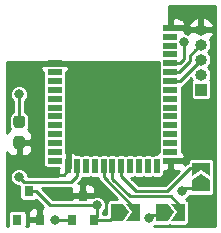
<source format=gbr>
G04 #@! TF.GenerationSoftware,KiCad,Pcbnew,(5.1.0)-1*
G04 #@! TF.CreationDate,2019-05-15T12:27:27+02:00*
G04 #@! TF.ProjectId,expansion,65787061-6e73-4696-9f6e-2e6b69636164,rev?*
G04 #@! TF.SameCoordinates,Original*
G04 #@! TF.FileFunction,Copper,L1,Top*
G04 #@! TF.FilePolarity,Positive*
%FSLAX46Y46*%
G04 Gerber Fmt 4.6, Leading zero omitted, Abs format (unit mm)*
G04 Created by KiCad (PCBNEW (5.1.0)-1) date 2019-05-15 12:27:27*
%MOMM*%
%LPD*%
G04 APERTURE LIST*
%ADD10C,0.300000*%
%ADD11C,0.100000*%
%ADD12R,1.200000X0.500000*%
%ADD13R,0.500000X1.200000*%
%ADD14C,0.950000*%
%ADD15R,0.800000X0.900000*%
%ADD16R,1.000000X1.000000*%
%ADD17O,1.000000X1.000000*%
%ADD18C,0.800000*%
%ADD19C,0.250000*%
%ADD20C,0.254000*%
G04 APERTURE END LIST*
D10*
X140725000Y-71400000D03*
D11*
G36*
X141225000Y-72150000D02*
G01*
X140075000Y-72150000D01*
X140575000Y-71400000D01*
X140075000Y-70650000D01*
X141225000Y-70650000D01*
X141225000Y-72150000D01*
X141225000Y-72150000D01*
G37*
D10*
X139275000Y-71400000D03*
D11*
G36*
X140275000Y-71400000D02*
G01*
X139775000Y-72150000D01*
X138775000Y-72150000D01*
X138775000Y-70650000D01*
X139775000Y-70650000D01*
X140275000Y-71400000D01*
X140275000Y-71400000D01*
G37*
D12*
X134000000Y-58775001D03*
X134000000Y-59525001D03*
X134000000Y-60275001D03*
X134000000Y-61025001D03*
X134000000Y-61775001D03*
X134000000Y-62525001D03*
X134000000Y-63275001D03*
X134000000Y-64025001D03*
X134000000Y-64775001D03*
X134000000Y-65525001D03*
X134000000Y-66275001D03*
X134000000Y-67025001D03*
D13*
X135150000Y-67475001D03*
X135900000Y-67475001D03*
X136650000Y-67475001D03*
X137400000Y-67475001D03*
X138150000Y-67475001D03*
X138900000Y-67475001D03*
X139650000Y-67475001D03*
X140400000Y-67475001D03*
X141150000Y-67475001D03*
X141900000Y-67475001D03*
X142650000Y-67475001D03*
D12*
X143800000Y-67025001D03*
X143800000Y-66275001D03*
X143800000Y-65525001D03*
X143800000Y-64775001D03*
X143800000Y-64025001D03*
X143800000Y-63275001D03*
X143800000Y-62525001D03*
X143800000Y-61775001D03*
X143800000Y-61025001D03*
X143800000Y-60275001D03*
X143800000Y-59525001D03*
X143800000Y-58775001D03*
X143800000Y-58025001D03*
X143800000Y-57275001D03*
X143800000Y-56525001D03*
X143800000Y-55775001D03*
D11*
G36*
X131260779Y-63201144D02*
G01*
X131283834Y-63204563D01*
X131306443Y-63210227D01*
X131328387Y-63218079D01*
X131349457Y-63228044D01*
X131369448Y-63240026D01*
X131388168Y-63253910D01*
X131405438Y-63269562D01*
X131421090Y-63286832D01*
X131434974Y-63305552D01*
X131446956Y-63325543D01*
X131456921Y-63346613D01*
X131464773Y-63368557D01*
X131470437Y-63391166D01*
X131473856Y-63414221D01*
X131475000Y-63437500D01*
X131475000Y-64012500D01*
X131473856Y-64035779D01*
X131470437Y-64058834D01*
X131464773Y-64081443D01*
X131456921Y-64103387D01*
X131446956Y-64124457D01*
X131434974Y-64144448D01*
X131421090Y-64163168D01*
X131405438Y-64180438D01*
X131388168Y-64196090D01*
X131369448Y-64209974D01*
X131349457Y-64221956D01*
X131328387Y-64231921D01*
X131306443Y-64239773D01*
X131283834Y-64245437D01*
X131260779Y-64248856D01*
X131237500Y-64250000D01*
X130762500Y-64250000D01*
X130739221Y-64248856D01*
X130716166Y-64245437D01*
X130693557Y-64239773D01*
X130671613Y-64231921D01*
X130650543Y-64221956D01*
X130630552Y-64209974D01*
X130611832Y-64196090D01*
X130594562Y-64180438D01*
X130578910Y-64163168D01*
X130565026Y-64144448D01*
X130553044Y-64124457D01*
X130543079Y-64103387D01*
X130535227Y-64081443D01*
X130529563Y-64058834D01*
X130526144Y-64035779D01*
X130525000Y-64012500D01*
X130525000Y-63437500D01*
X130526144Y-63414221D01*
X130529563Y-63391166D01*
X130535227Y-63368557D01*
X130543079Y-63346613D01*
X130553044Y-63325543D01*
X130565026Y-63305552D01*
X130578910Y-63286832D01*
X130594562Y-63269562D01*
X130611832Y-63253910D01*
X130630552Y-63240026D01*
X130650543Y-63228044D01*
X130671613Y-63218079D01*
X130693557Y-63210227D01*
X130716166Y-63204563D01*
X130739221Y-63201144D01*
X130762500Y-63200000D01*
X131237500Y-63200000D01*
X131260779Y-63201144D01*
X131260779Y-63201144D01*
G37*
D14*
X131000000Y-63725000D03*
D11*
G36*
X131260779Y-64951144D02*
G01*
X131283834Y-64954563D01*
X131306443Y-64960227D01*
X131328387Y-64968079D01*
X131349457Y-64978044D01*
X131369448Y-64990026D01*
X131388168Y-65003910D01*
X131405438Y-65019562D01*
X131421090Y-65036832D01*
X131434974Y-65055552D01*
X131446956Y-65075543D01*
X131456921Y-65096613D01*
X131464773Y-65118557D01*
X131470437Y-65141166D01*
X131473856Y-65164221D01*
X131475000Y-65187500D01*
X131475000Y-65762500D01*
X131473856Y-65785779D01*
X131470437Y-65808834D01*
X131464773Y-65831443D01*
X131456921Y-65853387D01*
X131446956Y-65874457D01*
X131434974Y-65894448D01*
X131421090Y-65913168D01*
X131405438Y-65930438D01*
X131388168Y-65946090D01*
X131369448Y-65959974D01*
X131349457Y-65971956D01*
X131328387Y-65981921D01*
X131306443Y-65989773D01*
X131283834Y-65995437D01*
X131260779Y-65998856D01*
X131237500Y-66000000D01*
X130762500Y-66000000D01*
X130739221Y-65998856D01*
X130716166Y-65995437D01*
X130693557Y-65989773D01*
X130671613Y-65981921D01*
X130650543Y-65971956D01*
X130630552Y-65959974D01*
X130611832Y-65946090D01*
X130594562Y-65930438D01*
X130578910Y-65913168D01*
X130565026Y-65894448D01*
X130553044Y-65874457D01*
X130543079Y-65853387D01*
X130535227Y-65831443D01*
X130529563Y-65808834D01*
X130526144Y-65785779D01*
X130525000Y-65762500D01*
X130525000Y-65187500D01*
X130526144Y-65164221D01*
X130529563Y-65141166D01*
X130535227Y-65118557D01*
X130543079Y-65096613D01*
X130553044Y-65075543D01*
X130565026Y-65055552D01*
X130578910Y-65036832D01*
X130594562Y-65019562D01*
X130611832Y-65003910D01*
X130630552Y-64990026D01*
X130650543Y-64978044D01*
X130671613Y-64968079D01*
X130693557Y-64960227D01*
X130716166Y-64954563D01*
X130739221Y-64951144D01*
X130762500Y-64950000D01*
X131237500Y-64950000D01*
X131260779Y-64951144D01*
X131260779Y-64951144D01*
G37*
D14*
X131000000Y-65475000D03*
D15*
X135450000Y-72000000D03*
X137350000Y-72000000D03*
X136400000Y-70000000D03*
D10*
X146400000Y-67675000D03*
D11*
G36*
X147150000Y-67175000D02*
G01*
X147150000Y-68325000D01*
X146400000Y-67825000D01*
X145650000Y-68325000D01*
X145650000Y-67175000D01*
X147150000Y-67175000D01*
X147150000Y-67175000D01*
G37*
D10*
X146400000Y-69125000D03*
D11*
G36*
X146400000Y-68125000D02*
G01*
X147150000Y-68625000D01*
X147150000Y-69625000D01*
X145650000Y-69625000D01*
X145650000Y-68625000D01*
X146400000Y-68125000D01*
X146400000Y-68125000D01*
G37*
D10*
X143075000Y-71400000D03*
D11*
G36*
X144075000Y-71400000D02*
G01*
X143575000Y-72150000D01*
X142575000Y-72150000D01*
X142575000Y-70650000D01*
X143575000Y-70650000D01*
X144075000Y-71400000D01*
X144075000Y-71400000D01*
G37*
D10*
X144525000Y-71400000D03*
D11*
G36*
X145025000Y-72150000D02*
G01*
X143875000Y-72150000D01*
X144375000Y-71400000D01*
X143875000Y-70650000D01*
X145025000Y-70650000D01*
X145025000Y-72150000D01*
X145025000Y-72150000D01*
G37*
D15*
X130850000Y-72000000D03*
X132750000Y-72000000D03*
X131800000Y-69600000D03*
D16*
X146400000Y-61000000D03*
D17*
X146400000Y-59730000D03*
X146400000Y-58460000D03*
X146400000Y-57190000D03*
X146400000Y-55920000D03*
D18*
X134000000Y-72000000D03*
X131000000Y-61400000D03*
X131000000Y-68400000D03*
X134200000Y-69674990D03*
X143200000Y-68800000D03*
X131500000Y-59250000D03*
X133200000Y-68000000D03*
X137600000Y-70800000D03*
X142000000Y-71874990D03*
X144800000Y-69599986D03*
X145000000Y-57000000D03*
D19*
X135450000Y-72000000D02*
X134000000Y-72000000D01*
X131000000Y-63725000D02*
X131000000Y-61400000D01*
X135900000Y-67475001D02*
X135900000Y-68325001D01*
X135900000Y-68325001D02*
X135400002Y-68824999D01*
X135400002Y-68824999D02*
X131424999Y-68824999D01*
X131399999Y-68799999D02*
X131000000Y-68400000D01*
X131424999Y-68824999D02*
X131399999Y-68799999D01*
X135250000Y-67575001D02*
X135150000Y-67475001D01*
X135150000Y-67825001D02*
X134775001Y-68200000D01*
X135150000Y-67475001D02*
X135150000Y-67825001D01*
X133325010Y-68200000D02*
X132400000Y-67274990D01*
X134775001Y-68200000D02*
X133325010Y-68200000D01*
X139650000Y-68325001D02*
X139650000Y-67475001D01*
X140924999Y-69600000D02*
X139650000Y-68325001D01*
X143526996Y-69600000D02*
X140924999Y-69600000D01*
X146400000Y-67675000D02*
X145451996Y-67675000D01*
X145451996Y-67675000D02*
X143526996Y-69600000D01*
X138675000Y-72000000D02*
X139275000Y-71400000D01*
X137350000Y-72000000D02*
X138675000Y-72000000D01*
X137600000Y-71750000D02*
X137350000Y-72000000D01*
X137600000Y-70800000D02*
X137600000Y-71750000D01*
X143075000Y-71600000D02*
X142274990Y-71600000D01*
X142274990Y-71600000D02*
X142000000Y-71874990D01*
X145074986Y-69325000D02*
X144800000Y-69599986D01*
X146400000Y-69325000D02*
X145074986Y-69325000D01*
X132450000Y-69600000D02*
X133650000Y-70800000D01*
X131800000Y-69600000D02*
X132450000Y-69600000D01*
X133650000Y-70800000D02*
X137600000Y-70800000D01*
X138900000Y-68536411D02*
X140413600Y-70050011D01*
X140413600Y-70050011D02*
X143825011Y-70050011D01*
X143825011Y-70050011D02*
X144525000Y-70750000D01*
X138900000Y-67475001D02*
X138900000Y-68536411D01*
X144525000Y-70750000D02*
X144525000Y-71600000D01*
X140725000Y-71400000D02*
X140725000Y-70997822D01*
X138150000Y-68422822D02*
X138150000Y-68325001D01*
X140725000Y-70997822D02*
X138150000Y-68422822D01*
X138150000Y-68325001D02*
X138150000Y-67475001D01*
X144650000Y-58775001D02*
X145000000Y-58425001D01*
X143800000Y-58775001D02*
X144650000Y-58775001D01*
X145000000Y-58425001D02*
X145000000Y-57000000D01*
X146400000Y-58525001D02*
X146400000Y-58460000D01*
X144650000Y-60275001D02*
X146400000Y-58525001D01*
X143800000Y-60275001D02*
X144650000Y-60275001D01*
X145900001Y-57689999D02*
X146400000Y-57190000D01*
X145450009Y-58139991D02*
X145900001Y-57689999D01*
X145450009Y-58611402D02*
X145450009Y-58139991D01*
X144536410Y-59525001D02*
X145450009Y-58611402D01*
X143800000Y-59525001D02*
X144536410Y-59525001D01*
D20*
G36*
X147544001Y-72544000D02*
G01*
X142404518Y-72544000D01*
X142453484Y-72511282D01*
X142500311Y-72525487D01*
X142575000Y-72532843D01*
X143575000Y-72532843D01*
X143650082Y-72525408D01*
X143721878Y-72503547D01*
X143725037Y-72501854D01*
X143728492Y-72503701D01*
X143800311Y-72525487D01*
X143875000Y-72532843D01*
X145025000Y-72532843D01*
X145099689Y-72525487D01*
X145171508Y-72503701D01*
X145237696Y-72468322D01*
X145295711Y-72420711D01*
X145343322Y-72362696D01*
X145378701Y-72296508D01*
X145400487Y-72224689D01*
X145407843Y-72150000D01*
X145407843Y-70650000D01*
X145400487Y-70575311D01*
X145378701Y-70503492D01*
X145343322Y-70437304D01*
X145295711Y-70379289D01*
X145237696Y-70331678D01*
X145171508Y-70296299D01*
X145164751Y-70294249D01*
X145169942Y-70292099D01*
X145297859Y-70206628D01*
X145406642Y-70097845D01*
X145490788Y-69971911D01*
X145503492Y-69978701D01*
X145575311Y-70000487D01*
X145650000Y-70007843D01*
X147150000Y-70007843D01*
X147224689Y-70000487D01*
X147296508Y-69978701D01*
X147362696Y-69943322D01*
X147420711Y-69895711D01*
X147468322Y-69837696D01*
X147503701Y-69771508D01*
X147525487Y-69699689D01*
X147532843Y-69625000D01*
X147532843Y-68625000D01*
X147525408Y-68549918D01*
X147503547Y-68478122D01*
X147501854Y-68474963D01*
X147503701Y-68471508D01*
X147525487Y-68399689D01*
X147532843Y-68325000D01*
X147532843Y-67175000D01*
X147525487Y-67100311D01*
X147503701Y-67028492D01*
X147468322Y-66962304D01*
X147420711Y-66904289D01*
X147362696Y-66856678D01*
X147296508Y-66821299D01*
X147224689Y-66799513D01*
X147150000Y-66792157D01*
X145650000Y-66792157D01*
X145575311Y-66799513D01*
X145503492Y-66821299D01*
X145437304Y-66856678D01*
X145379289Y-66904289D01*
X145331678Y-66962304D01*
X145296299Y-67028492D01*
X145274513Y-67100311D01*
X145267157Y-67175000D01*
X145267157Y-67202302D01*
X145257421Y-67205255D01*
X145169517Y-67252241D01*
X145092469Y-67315473D01*
X145076624Y-67334780D01*
X145026352Y-67385053D01*
X145035000Y-67306751D01*
X144876250Y-67148001D01*
X143927000Y-67148001D01*
X143927000Y-67751251D01*
X144085750Y-67910001D01*
X144388961Y-67912978D01*
X144508082Y-67903322D01*
X143317405Y-69094000D01*
X141134591Y-69094000D01*
X140498434Y-68457844D01*
X140650000Y-68457844D01*
X140724689Y-68450488D01*
X140775000Y-68435226D01*
X140825311Y-68450488D01*
X140900000Y-68457844D01*
X141400000Y-68457844D01*
X141474689Y-68450488D01*
X141525000Y-68435226D01*
X141575311Y-68450488D01*
X141650000Y-68457844D01*
X142150000Y-68457844D01*
X142224689Y-68450488D01*
X142275000Y-68435226D01*
X142325311Y-68450488D01*
X142400000Y-68457844D01*
X142900000Y-68457844D01*
X142974689Y-68450488D01*
X143046508Y-68428702D01*
X143112696Y-68393323D01*
X143170711Y-68345712D01*
X143218322Y-68287697D01*
X143253701Y-68221509D01*
X143275487Y-68149690D01*
X143282843Y-68075001D01*
X143282843Y-67912273D01*
X143514250Y-67910001D01*
X143673000Y-67751251D01*
X143673000Y-67148001D01*
X143653000Y-67148001D01*
X143653000Y-66907844D01*
X144400000Y-66907844D01*
X144459327Y-66902001D01*
X144876250Y-66902001D01*
X145035000Y-66743251D01*
X145023564Y-66639712D01*
X144985189Y-66520660D01*
X144924325Y-66411382D01*
X144843312Y-66316078D01*
X144782843Y-66268178D01*
X144782843Y-66025001D01*
X144775487Y-65950312D01*
X144760225Y-65900001D01*
X144775487Y-65849690D01*
X144782843Y-65775001D01*
X144782843Y-65275001D01*
X144775487Y-65200312D01*
X144760225Y-65150001D01*
X144775487Y-65099690D01*
X144782843Y-65025001D01*
X144782843Y-64525001D01*
X144775487Y-64450312D01*
X144760225Y-64400001D01*
X144775487Y-64349690D01*
X144782843Y-64275001D01*
X144782843Y-63775001D01*
X144775487Y-63700312D01*
X144760225Y-63650001D01*
X144775487Y-63599690D01*
X144782843Y-63525001D01*
X144782843Y-63025001D01*
X144775487Y-62950312D01*
X144760225Y-62900001D01*
X144775487Y-62849690D01*
X144782843Y-62775001D01*
X144782843Y-62275001D01*
X144775487Y-62200312D01*
X144760225Y-62150001D01*
X144775487Y-62099690D01*
X144782843Y-62025001D01*
X144782843Y-61525001D01*
X144775487Y-61450312D01*
X144760225Y-61400001D01*
X144775487Y-61349690D01*
X144782843Y-61275001D01*
X144782843Y-60775001D01*
X144781740Y-60763806D01*
X144844575Y-60744746D01*
X144932479Y-60697760D01*
X145009527Y-60634528D01*
X145025376Y-60615216D01*
X145579726Y-60060866D01*
X145582125Y-60068775D01*
X145656142Y-60207251D01*
X145629289Y-60229289D01*
X145581678Y-60287304D01*
X145546299Y-60353492D01*
X145524513Y-60425311D01*
X145517157Y-60500000D01*
X145517157Y-61500000D01*
X145524513Y-61574689D01*
X145546299Y-61646508D01*
X145581678Y-61712696D01*
X145629289Y-61770711D01*
X145687304Y-61818322D01*
X145753492Y-61853701D01*
X145825311Y-61875487D01*
X145900000Y-61882843D01*
X146900000Y-61882843D01*
X146974689Y-61875487D01*
X147046508Y-61853701D01*
X147112696Y-61818322D01*
X147170711Y-61770711D01*
X147218322Y-61712696D01*
X147253701Y-61646508D01*
X147275487Y-61574689D01*
X147282843Y-61500000D01*
X147282843Y-60500000D01*
X147275487Y-60425311D01*
X147253701Y-60353492D01*
X147218322Y-60287304D01*
X147170711Y-60229289D01*
X147143858Y-60207251D01*
X147217875Y-60068775D01*
X147268252Y-59902706D01*
X147285262Y-59730000D01*
X147268252Y-59557294D01*
X147217875Y-59391225D01*
X147136068Y-59238175D01*
X147025975Y-59104025D01*
X147014978Y-59095000D01*
X147025975Y-59085975D01*
X147136068Y-58951825D01*
X147217875Y-58798775D01*
X147268252Y-58632706D01*
X147285262Y-58460000D01*
X147268252Y-58287294D01*
X147217875Y-58121225D01*
X147136068Y-57968175D01*
X147025975Y-57834025D01*
X147014978Y-57825000D01*
X147025975Y-57815975D01*
X147136068Y-57681825D01*
X147217875Y-57528775D01*
X147268252Y-57362706D01*
X147285262Y-57190000D01*
X147268252Y-57017294D01*
X147217875Y-56851225D01*
X147164626Y-56751604D01*
X147258865Y-56662020D01*
X147387123Y-56480206D01*
X147477446Y-56276864D01*
X147494119Y-56221874D01*
X147367954Y-56047000D01*
X146527000Y-56047000D01*
X146527000Y-56067000D01*
X146273000Y-56067000D01*
X146273000Y-56047000D01*
X145432046Y-56047000D01*
X145305881Y-56221874D01*
X145322554Y-56276864D01*
X145328756Y-56290827D01*
X145227809Y-56249013D01*
X145076922Y-56219000D01*
X145004640Y-56219000D01*
X145023564Y-56160290D01*
X145035000Y-56056751D01*
X144876250Y-55898001D01*
X144459327Y-55898001D01*
X144400000Y-55892158D01*
X143709358Y-55892158D01*
X143715850Y-55048751D01*
X143927000Y-55048751D01*
X143927000Y-55652001D01*
X144876250Y-55652001D01*
X144910125Y-55618126D01*
X145305881Y-55618126D01*
X145432046Y-55793000D01*
X146273000Y-55793000D01*
X146273000Y-54950871D01*
X146527000Y-54950871D01*
X146527000Y-55793000D01*
X147367954Y-55793000D01*
X147494119Y-55618126D01*
X147477446Y-55563136D01*
X147387123Y-55359794D01*
X147258865Y-55177980D01*
X147097601Y-55024682D01*
X146909529Y-54905790D01*
X146701876Y-54825874D01*
X146527000Y-54950871D01*
X146273000Y-54950871D01*
X146098124Y-54825874D01*
X145890471Y-54905790D01*
X145702399Y-55024682D01*
X145541135Y-55177980D01*
X145412877Y-55359794D01*
X145322554Y-55563136D01*
X145305881Y-55618126D01*
X144910125Y-55618126D01*
X145035000Y-55493251D01*
X145023564Y-55389712D01*
X144985189Y-55270660D01*
X144924325Y-55161382D01*
X144843312Y-55066078D01*
X144745263Y-54988410D01*
X144633945Y-54931363D01*
X144513637Y-54897130D01*
X144388961Y-54887024D01*
X144085750Y-54890001D01*
X143927000Y-55048751D01*
X143715850Y-55048751D01*
X143724263Y-53956000D01*
X147544000Y-53956000D01*
X147544001Y-72544000D01*
X147544001Y-72544000D01*
G37*
X147544001Y-72544000D02*
X142404518Y-72544000D01*
X142453484Y-72511282D01*
X142500311Y-72525487D01*
X142575000Y-72532843D01*
X143575000Y-72532843D01*
X143650082Y-72525408D01*
X143721878Y-72503547D01*
X143725037Y-72501854D01*
X143728492Y-72503701D01*
X143800311Y-72525487D01*
X143875000Y-72532843D01*
X145025000Y-72532843D01*
X145099689Y-72525487D01*
X145171508Y-72503701D01*
X145237696Y-72468322D01*
X145295711Y-72420711D01*
X145343322Y-72362696D01*
X145378701Y-72296508D01*
X145400487Y-72224689D01*
X145407843Y-72150000D01*
X145407843Y-70650000D01*
X145400487Y-70575311D01*
X145378701Y-70503492D01*
X145343322Y-70437304D01*
X145295711Y-70379289D01*
X145237696Y-70331678D01*
X145171508Y-70296299D01*
X145164751Y-70294249D01*
X145169942Y-70292099D01*
X145297859Y-70206628D01*
X145406642Y-70097845D01*
X145490788Y-69971911D01*
X145503492Y-69978701D01*
X145575311Y-70000487D01*
X145650000Y-70007843D01*
X147150000Y-70007843D01*
X147224689Y-70000487D01*
X147296508Y-69978701D01*
X147362696Y-69943322D01*
X147420711Y-69895711D01*
X147468322Y-69837696D01*
X147503701Y-69771508D01*
X147525487Y-69699689D01*
X147532843Y-69625000D01*
X147532843Y-68625000D01*
X147525408Y-68549918D01*
X147503547Y-68478122D01*
X147501854Y-68474963D01*
X147503701Y-68471508D01*
X147525487Y-68399689D01*
X147532843Y-68325000D01*
X147532843Y-67175000D01*
X147525487Y-67100311D01*
X147503701Y-67028492D01*
X147468322Y-66962304D01*
X147420711Y-66904289D01*
X147362696Y-66856678D01*
X147296508Y-66821299D01*
X147224689Y-66799513D01*
X147150000Y-66792157D01*
X145650000Y-66792157D01*
X145575311Y-66799513D01*
X145503492Y-66821299D01*
X145437304Y-66856678D01*
X145379289Y-66904289D01*
X145331678Y-66962304D01*
X145296299Y-67028492D01*
X145274513Y-67100311D01*
X145267157Y-67175000D01*
X145267157Y-67202302D01*
X145257421Y-67205255D01*
X145169517Y-67252241D01*
X145092469Y-67315473D01*
X145076624Y-67334780D01*
X145026352Y-67385053D01*
X145035000Y-67306751D01*
X144876250Y-67148001D01*
X143927000Y-67148001D01*
X143927000Y-67751251D01*
X144085750Y-67910001D01*
X144388961Y-67912978D01*
X144508082Y-67903322D01*
X143317405Y-69094000D01*
X141134591Y-69094000D01*
X140498434Y-68457844D01*
X140650000Y-68457844D01*
X140724689Y-68450488D01*
X140775000Y-68435226D01*
X140825311Y-68450488D01*
X140900000Y-68457844D01*
X141400000Y-68457844D01*
X141474689Y-68450488D01*
X141525000Y-68435226D01*
X141575311Y-68450488D01*
X141650000Y-68457844D01*
X142150000Y-68457844D01*
X142224689Y-68450488D01*
X142275000Y-68435226D01*
X142325311Y-68450488D01*
X142400000Y-68457844D01*
X142900000Y-68457844D01*
X142974689Y-68450488D01*
X143046508Y-68428702D01*
X143112696Y-68393323D01*
X143170711Y-68345712D01*
X143218322Y-68287697D01*
X143253701Y-68221509D01*
X143275487Y-68149690D01*
X143282843Y-68075001D01*
X143282843Y-67912273D01*
X143514250Y-67910001D01*
X143673000Y-67751251D01*
X143673000Y-67148001D01*
X143653000Y-67148001D01*
X143653000Y-66907844D01*
X144400000Y-66907844D01*
X144459327Y-66902001D01*
X144876250Y-66902001D01*
X145035000Y-66743251D01*
X145023564Y-66639712D01*
X144985189Y-66520660D01*
X144924325Y-66411382D01*
X144843312Y-66316078D01*
X144782843Y-66268178D01*
X144782843Y-66025001D01*
X144775487Y-65950312D01*
X144760225Y-65900001D01*
X144775487Y-65849690D01*
X144782843Y-65775001D01*
X144782843Y-65275001D01*
X144775487Y-65200312D01*
X144760225Y-65150001D01*
X144775487Y-65099690D01*
X144782843Y-65025001D01*
X144782843Y-64525001D01*
X144775487Y-64450312D01*
X144760225Y-64400001D01*
X144775487Y-64349690D01*
X144782843Y-64275001D01*
X144782843Y-63775001D01*
X144775487Y-63700312D01*
X144760225Y-63650001D01*
X144775487Y-63599690D01*
X144782843Y-63525001D01*
X144782843Y-63025001D01*
X144775487Y-62950312D01*
X144760225Y-62900001D01*
X144775487Y-62849690D01*
X144782843Y-62775001D01*
X144782843Y-62275001D01*
X144775487Y-62200312D01*
X144760225Y-62150001D01*
X144775487Y-62099690D01*
X144782843Y-62025001D01*
X144782843Y-61525001D01*
X144775487Y-61450312D01*
X144760225Y-61400001D01*
X144775487Y-61349690D01*
X144782843Y-61275001D01*
X144782843Y-60775001D01*
X144781740Y-60763806D01*
X144844575Y-60744746D01*
X144932479Y-60697760D01*
X145009527Y-60634528D01*
X145025376Y-60615216D01*
X145579726Y-60060866D01*
X145582125Y-60068775D01*
X145656142Y-60207251D01*
X145629289Y-60229289D01*
X145581678Y-60287304D01*
X145546299Y-60353492D01*
X145524513Y-60425311D01*
X145517157Y-60500000D01*
X145517157Y-61500000D01*
X145524513Y-61574689D01*
X145546299Y-61646508D01*
X145581678Y-61712696D01*
X145629289Y-61770711D01*
X145687304Y-61818322D01*
X145753492Y-61853701D01*
X145825311Y-61875487D01*
X145900000Y-61882843D01*
X146900000Y-61882843D01*
X146974689Y-61875487D01*
X147046508Y-61853701D01*
X147112696Y-61818322D01*
X147170711Y-61770711D01*
X147218322Y-61712696D01*
X147253701Y-61646508D01*
X147275487Y-61574689D01*
X147282843Y-61500000D01*
X147282843Y-60500000D01*
X147275487Y-60425311D01*
X147253701Y-60353492D01*
X147218322Y-60287304D01*
X147170711Y-60229289D01*
X147143858Y-60207251D01*
X147217875Y-60068775D01*
X147268252Y-59902706D01*
X147285262Y-59730000D01*
X147268252Y-59557294D01*
X147217875Y-59391225D01*
X147136068Y-59238175D01*
X147025975Y-59104025D01*
X147014978Y-59095000D01*
X147025975Y-59085975D01*
X147136068Y-58951825D01*
X147217875Y-58798775D01*
X147268252Y-58632706D01*
X147285262Y-58460000D01*
X147268252Y-58287294D01*
X147217875Y-58121225D01*
X147136068Y-57968175D01*
X147025975Y-57834025D01*
X147014978Y-57825000D01*
X147025975Y-57815975D01*
X147136068Y-57681825D01*
X147217875Y-57528775D01*
X147268252Y-57362706D01*
X147285262Y-57190000D01*
X147268252Y-57017294D01*
X147217875Y-56851225D01*
X147164626Y-56751604D01*
X147258865Y-56662020D01*
X147387123Y-56480206D01*
X147477446Y-56276864D01*
X147494119Y-56221874D01*
X147367954Y-56047000D01*
X146527000Y-56047000D01*
X146527000Y-56067000D01*
X146273000Y-56067000D01*
X146273000Y-56047000D01*
X145432046Y-56047000D01*
X145305881Y-56221874D01*
X145322554Y-56276864D01*
X145328756Y-56290827D01*
X145227809Y-56249013D01*
X145076922Y-56219000D01*
X145004640Y-56219000D01*
X145023564Y-56160290D01*
X145035000Y-56056751D01*
X144876250Y-55898001D01*
X144459327Y-55898001D01*
X144400000Y-55892158D01*
X143709358Y-55892158D01*
X143715850Y-55048751D01*
X143927000Y-55048751D01*
X143927000Y-55652001D01*
X144876250Y-55652001D01*
X144910125Y-55618126D01*
X145305881Y-55618126D01*
X145432046Y-55793000D01*
X146273000Y-55793000D01*
X146273000Y-54950871D01*
X146527000Y-54950871D01*
X146527000Y-55793000D01*
X147367954Y-55793000D01*
X147494119Y-55618126D01*
X147477446Y-55563136D01*
X147387123Y-55359794D01*
X147258865Y-55177980D01*
X147097601Y-55024682D01*
X146909529Y-54905790D01*
X146701876Y-54825874D01*
X146527000Y-54950871D01*
X146273000Y-54950871D01*
X146098124Y-54825874D01*
X145890471Y-54905790D01*
X145702399Y-55024682D01*
X145541135Y-55177980D01*
X145412877Y-55359794D01*
X145322554Y-55563136D01*
X145305881Y-55618126D01*
X144910125Y-55618126D01*
X145035000Y-55493251D01*
X145023564Y-55389712D01*
X144985189Y-55270660D01*
X144924325Y-55161382D01*
X144843312Y-55066078D01*
X144745263Y-54988410D01*
X144633945Y-54931363D01*
X144513637Y-54897130D01*
X144388961Y-54887024D01*
X144085750Y-54890001D01*
X143927000Y-55048751D01*
X143715850Y-55048751D01*
X143724263Y-53956000D01*
X147544000Y-53956000D01*
X147544001Y-72544000D01*
G36*
X132923750Y-58652001D02*
G01*
X133873000Y-58652001D01*
X133873000Y-58628001D01*
X134127000Y-58628001D01*
X134127000Y-58652001D01*
X135076250Y-58652001D01*
X135101251Y-58627000D01*
X142817157Y-58627000D01*
X142817157Y-59025001D01*
X142824513Y-59099690D01*
X142839775Y-59150001D01*
X142824513Y-59200312D01*
X142817157Y-59275001D01*
X142817157Y-59775001D01*
X142824513Y-59849690D01*
X142839775Y-59900001D01*
X142824513Y-59950312D01*
X142817157Y-60025001D01*
X142817157Y-60525001D01*
X142824513Y-60599690D01*
X142839775Y-60650001D01*
X142824513Y-60700312D01*
X142817157Y-60775001D01*
X142817157Y-61275001D01*
X142824513Y-61349690D01*
X142839775Y-61400001D01*
X142824513Y-61450312D01*
X142817157Y-61525001D01*
X142817157Y-62025001D01*
X142824513Y-62099690D01*
X142839775Y-62150001D01*
X142824513Y-62200312D01*
X142817157Y-62275001D01*
X142817157Y-62775001D01*
X142824513Y-62849690D01*
X142839775Y-62900001D01*
X142824513Y-62950312D01*
X142817157Y-63025001D01*
X142817157Y-63525001D01*
X142824513Y-63599690D01*
X142839775Y-63650001D01*
X142824513Y-63700312D01*
X142817157Y-63775001D01*
X142817157Y-64275001D01*
X142824513Y-64349690D01*
X142839775Y-64400001D01*
X142824513Y-64450312D01*
X142817157Y-64525001D01*
X142817157Y-65025001D01*
X142824513Y-65099690D01*
X142839775Y-65150001D01*
X142824513Y-65200312D01*
X142817157Y-65275001D01*
X142817157Y-65775001D01*
X142824513Y-65849690D01*
X142839775Y-65900001D01*
X142824513Y-65950312D01*
X142817157Y-66025001D01*
X142817157Y-66268178D01*
X142756688Y-66316078D01*
X142675675Y-66411382D01*
X142630686Y-66492158D01*
X142400000Y-66492158D01*
X142325311Y-66499514D01*
X142275000Y-66514776D01*
X142224689Y-66499514D01*
X142150000Y-66492158D01*
X141650000Y-66492158D01*
X141575311Y-66499514D01*
X141525000Y-66514776D01*
X141474689Y-66499514D01*
X141400000Y-66492158D01*
X140900000Y-66492158D01*
X140825311Y-66499514D01*
X140775000Y-66514776D01*
X140724689Y-66499514D01*
X140650000Y-66492158D01*
X140150000Y-66492158D01*
X140075311Y-66499514D01*
X140025000Y-66514776D01*
X139974689Y-66499514D01*
X139900000Y-66492158D01*
X139400000Y-66492158D01*
X139325311Y-66499514D01*
X139275000Y-66514776D01*
X139224689Y-66499514D01*
X139150000Y-66492158D01*
X138650000Y-66492158D01*
X138575311Y-66499514D01*
X138525000Y-66514776D01*
X138474689Y-66499514D01*
X138400000Y-66492158D01*
X137900000Y-66492158D01*
X137825311Y-66499514D01*
X137775000Y-66514776D01*
X137724689Y-66499514D01*
X137650000Y-66492158D01*
X137150000Y-66492158D01*
X137075311Y-66499514D01*
X137025000Y-66514776D01*
X136974689Y-66499514D01*
X136900000Y-66492158D01*
X136400000Y-66492158D01*
X136325311Y-66499514D01*
X136275000Y-66514776D01*
X136224689Y-66499514D01*
X136150000Y-66492158D01*
X135906823Y-66492158D01*
X135858923Y-66431689D01*
X135763619Y-66350676D01*
X135654341Y-66289812D01*
X135535289Y-66251437D01*
X135431750Y-66240001D01*
X135273000Y-66398751D01*
X135273000Y-66815674D01*
X135267157Y-66875001D01*
X135267157Y-67622001D01*
X135027000Y-67622001D01*
X135027000Y-67602001D01*
X135003000Y-67602001D01*
X135003000Y-67348001D01*
X135027000Y-67348001D01*
X135027000Y-66398751D01*
X134982843Y-66354594D01*
X134982843Y-66025001D01*
X134975487Y-65950312D01*
X134960225Y-65900001D01*
X134975487Y-65849690D01*
X134982843Y-65775001D01*
X134982843Y-65275001D01*
X134975487Y-65200312D01*
X134960225Y-65150001D01*
X134975487Y-65099690D01*
X134982843Y-65025001D01*
X134982843Y-64525001D01*
X134975487Y-64450312D01*
X134960225Y-64400001D01*
X134975487Y-64349690D01*
X134982843Y-64275001D01*
X134982843Y-63775001D01*
X134975487Y-63700312D01*
X134960225Y-63650001D01*
X134975487Y-63599690D01*
X134982843Y-63525001D01*
X134982843Y-63025001D01*
X134975487Y-62950312D01*
X134960225Y-62900001D01*
X134975487Y-62849690D01*
X134982843Y-62775001D01*
X134982843Y-62275001D01*
X134975487Y-62200312D01*
X134960225Y-62150001D01*
X134975487Y-62099690D01*
X134982843Y-62025001D01*
X134982843Y-61525001D01*
X134975487Y-61450312D01*
X134960225Y-61400001D01*
X134975487Y-61349690D01*
X134982843Y-61275001D01*
X134982843Y-60775001D01*
X134975487Y-60700312D01*
X134960225Y-60650001D01*
X134975487Y-60599690D01*
X134982843Y-60525001D01*
X134982843Y-60025001D01*
X134975487Y-59950312D01*
X134960225Y-59900001D01*
X134975487Y-59849690D01*
X134982843Y-59775001D01*
X134982843Y-59531824D01*
X135043312Y-59483924D01*
X135124325Y-59388620D01*
X135185189Y-59279342D01*
X135223564Y-59160290D01*
X135235000Y-59056751D01*
X135076250Y-58898001D01*
X134659327Y-58898001D01*
X134600000Y-58892158D01*
X133400000Y-58892158D01*
X133340673Y-58898001D01*
X132923750Y-58898001D01*
X132765000Y-59056751D01*
X132776436Y-59160290D01*
X132814811Y-59279342D01*
X132875675Y-59388620D01*
X132956688Y-59483924D01*
X133017157Y-59531824D01*
X133017157Y-59775001D01*
X133024513Y-59849690D01*
X133039775Y-59900001D01*
X133024513Y-59950312D01*
X133017157Y-60025001D01*
X133017157Y-60525001D01*
X133024513Y-60599690D01*
X133039775Y-60650001D01*
X133024513Y-60700312D01*
X133017157Y-60775001D01*
X133017157Y-61275001D01*
X133024513Y-61349690D01*
X133039775Y-61400001D01*
X133024513Y-61450312D01*
X133017157Y-61525001D01*
X133017157Y-62025001D01*
X133024513Y-62099690D01*
X133039775Y-62150001D01*
X133024513Y-62200312D01*
X133017157Y-62275001D01*
X133017157Y-62775001D01*
X133024513Y-62849690D01*
X133039775Y-62900001D01*
X133024513Y-62950312D01*
X133017157Y-63025001D01*
X133017157Y-63525001D01*
X133024513Y-63599690D01*
X133039775Y-63650001D01*
X133024513Y-63700312D01*
X133017157Y-63775001D01*
X133017157Y-64275001D01*
X133024513Y-64349690D01*
X133039775Y-64400001D01*
X133024513Y-64450312D01*
X133017157Y-64525001D01*
X133017157Y-65025001D01*
X133024513Y-65099690D01*
X133039775Y-65150001D01*
X133024513Y-65200312D01*
X133017157Y-65275001D01*
X133017157Y-65775001D01*
X133024513Y-65849690D01*
X133039775Y-65900001D01*
X133024513Y-65950312D01*
X133017157Y-66025001D01*
X133017157Y-66525001D01*
X133024513Y-66599690D01*
X133039775Y-66650001D01*
X133024513Y-66700312D01*
X133017157Y-66775001D01*
X133017157Y-67275001D01*
X133024513Y-67349690D01*
X133046299Y-67421509D01*
X133081678Y-67487697D01*
X133129289Y-67545712D01*
X133187304Y-67593323D01*
X133253492Y-67628702D01*
X133325311Y-67650488D01*
X133400000Y-67657844D01*
X134367907Y-67657844D01*
X134265000Y-67760751D01*
X134262023Y-68063962D01*
X134272129Y-68188638D01*
X134306362Y-68308946D01*
X134311514Y-68318999D01*
X131780189Y-68318999D01*
X131750987Y-68172191D01*
X131692113Y-68030058D01*
X131606642Y-67902141D01*
X131497859Y-67793358D01*
X131369942Y-67707887D01*
X131227809Y-67649013D01*
X131076922Y-67619000D01*
X130923078Y-67619000D01*
X130772191Y-67649013D01*
X130630058Y-67707887D01*
X130502141Y-67793358D01*
X130393358Y-67902141D01*
X130307887Y-68030058D01*
X130249013Y-68172191D01*
X130219000Y-68323078D01*
X130219000Y-68476922D01*
X130249013Y-68627809D01*
X130307887Y-68769942D01*
X130393358Y-68897859D01*
X130502141Y-69006642D01*
X130630058Y-69092113D01*
X130772191Y-69150987D01*
X130923078Y-69181000D01*
X131017157Y-69181000D01*
X131017157Y-70050000D01*
X131024513Y-70124689D01*
X131046299Y-70196508D01*
X131081678Y-70262696D01*
X131129289Y-70320711D01*
X131187304Y-70368322D01*
X131253492Y-70403701D01*
X131325311Y-70425487D01*
X131400000Y-70432843D01*
X132200000Y-70432843D01*
X132274689Y-70425487D01*
X132346508Y-70403701D01*
X132412696Y-70368322D01*
X132462147Y-70327739D01*
X133049051Y-70914642D01*
X133035750Y-70915000D01*
X132877000Y-71073750D01*
X132877000Y-71873000D01*
X132897000Y-71873000D01*
X132897000Y-72127000D01*
X132877000Y-72127000D01*
X132877000Y-72147000D01*
X132623000Y-72147000D01*
X132623000Y-72127000D01*
X131873750Y-72127000D01*
X131715000Y-72285750D01*
X131711928Y-72450000D01*
X131721186Y-72544000D01*
X131619629Y-72544000D01*
X131625487Y-72524689D01*
X131632843Y-72450000D01*
X131632843Y-71550000D01*
X131711928Y-71550000D01*
X131715000Y-71714250D01*
X131873750Y-71873000D01*
X132623000Y-71873000D01*
X132623000Y-71073750D01*
X132464250Y-70915000D01*
X132350000Y-70911928D01*
X132225518Y-70924188D01*
X132105820Y-70960498D01*
X131995506Y-71019463D01*
X131898815Y-71098815D01*
X131819463Y-71195506D01*
X131760498Y-71305820D01*
X131724188Y-71425518D01*
X131711928Y-71550000D01*
X131632843Y-71550000D01*
X131625487Y-71475311D01*
X131603701Y-71403492D01*
X131568322Y-71337304D01*
X131520711Y-71279289D01*
X131462696Y-71231678D01*
X131396508Y-71196299D01*
X131324689Y-71174513D01*
X131250000Y-71167157D01*
X130450000Y-71167157D01*
X130375311Y-71174513D01*
X130303492Y-71196299D01*
X130237304Y-71231678D01*
X130179289Y-71279289D01*
X130131678Y-71337304D01*
X130096299Y-71403492D01*
X130074513Y-71475311D01*
X130067157Y-71550000D01*
X130067157Y-72450000D01*
X130074513Y-72524689D01*
X130080371Y-72544000D01*
X129956000Y-72544000D01*
X129956000Y-66282536D01*
X129994463Y-66354494D01*
X130073815Y-66451185D01*
X130170506Y-66530537D01*
X130280820Y-66589502D01*
X130400518Y-66625812D01*
X130525000Y-66638072D01*
X130714250Y-66635000D01*
X130873000Y-66476250D01*
X130873000Y-65602000D01*
X131127000Y-65602000D01*
X131127000Y-66476250D01*
X131285750Y-66635000D01*
X131475000Y-66638072D01*
X131599482Y-66625812D01*
X131719180Y-66589502D01*
X131829494Y-66530537D01*
X131926185Y-66451185D01*
X132005537Y-66354494D01*
X132064502Y-66244180D01*
X132100812Y-66124482D01*
X132113072Y-66000000D01*
X132110000Y-65760750D01*
X131951250Y-65602000D01*
X131127000Y-65602000D01*
X130873000Y-65602000D01*
X130853000Y-65602000D01*
X130853000Y-65348000D01*
X130873000Y-65348000D01*
X130873000Y-65328000D01*
X131127000Y-65328000D01*
X131127000Y-65348000D01*
X131951250Y-65348000D01*
X132110000Y-65189250D01*
X132113072Y-64950000D01*
X132100812Y-64825518D01*
X132064502Y-64705820D01*
X132005537Y-64595506D01*
X131926185Y-64498815D01*
X131829494Y-64419463D01*
X131740980Y-64372151D01*
X131753296Y-64357144D01*
X131810622Y-64249895D01*
X131845923Y-64133523D01*
X131857843Y-64012500D01*
X131857843Y-63437500D01*
X131845923Y-63316477D01*
X131810622Y-63200105D01*
X131753296Y-63092856D01*
X131676149Y-62998851D01*
X131582144Y-62921704D01*
X131506000Y-62881004D01*
X131506000Y-61998501D01*
X131606642Y-61897859D01*
X131692113Y-61769942D01*
X131750987Y-61627809D01*
X131781000Y-61476922D01*
X131781000Y-61323078D01*
X131750987Y-61172191D01*
X131692113Y-61030058D01*
X131606642Y-60902141D01*
X131497859Y-60793358D01*
X131369942Y-60707887D01*
X131227809Y-60649013D01*
X131076922Y-60619000D01*
X130923078Y-60619000D01*
X130772191Y-60649013D01*
X130630058Y-60707887D01*
X130502141Y-60793358D01*
X130393358Y-60902141D01*
X130307887Y-61030058D01*
X130249013Y-61172191D01*
X130219000Y-61323078D01*
X130219000Y-61476922D01*
X130249013Y-61627809D01*
X130307887Y-61769942D01*
X130393358Y-61897859D01*
X130494001Y-61998502D01*
X130494000Y-62881004D01*
X130417856Y-62921704D01*
X130323851Y-62998851D01*
X130246704Y-63092856D01*
X130189378Y-63200105D01*
X130154077Y-63316477D01*
X130142157Y-63437500D01*
X130142157Y-64012500D01*
X130154077Y-64133523D01*
X130189378Y-64249895D01*
X130246704Y-64357144D01*
X130259020Y-64372151D01*
X130170506Y-64419463D01*
X130073815Y-64498815D01*
X129994463Y-64595506D01*
X129956000Y-64667464D01*
X129956000Y-58627000D01*
X132898749Y-58627000D01*
X132923750Y-58652001D01*
X132923750Y-58652001D01*
G37*
X132923750Y-58652001D02*
X133873000Y-58652001D01*
X133873000Y-58628001D01*
X134127000Y-58628001D01*
X134127000Y-58652001D01*
X135076250Y-58652001D01*
X135101251Y-58627000D01*
X142817157Y-58627000D01*
X142817157Y-59025001D01*
X142824513Y-59099690D01*
X142839775Y-59150001D01*
X142824513Y-59200312D01*
X142817157Y-59275001D01*
X142817157Y-59775001D01*
X142824513Y-59849690D01*
X142839775Y-59900001D01*
X142824513Y-59950312D01*
X142817157Y-60025001D01*
X142817157Y-60525001D01*
X142824513Y-60599690D01*
X142839775Y-60650001D01*
X142824513Y-60700312D01*
X142817157Y-60775001D01*
X142817157Y-61275001D01*
X142824513Y-61349690D01*
X142839775Y-61400001D01*
X142824513Y-61450312D01*
X142817157Y-61525001D01*
X142817157Y-62025001D01*
X142824513Y-62099690D01*
X142839775Y-62150001D01*
X142824513Y-62200312D01*
X142817157Y-62275001D01*
X142817157Y-62775001D01*
X142824513Y-62849690D01*
X142839775Y-62900001D01*
X142824513Y-62950312D01*
X142817157Y-63025001D01*
X142817157Y-63525001D01*
X142824513Y-63599690D01*
X142839775Y-63650001D01*
X142824513Y-63700312D01*
X142817157Y-63775001D01*
X142817157Y-64275001D01*
X142824513Y-64349690D01*
X142839775Y-64400001D01*
X142824513Y-64450312D01*
X142817157Y-64525001D01*
X142817157Y-65025001D01*
X142824513Y-65099690D01*
X142839775Y-65150001D01*
X142824513Y-65200312D01*
X142817157Y-65275001D01*
X142817157Y-65775001D01*
X142824513Y-65849690D01*
X142839775Y-65900001D01*
X142824513Y-65950312D01*
X142817157Y-66025001D01*
X142817157Y-66268178D01*
X142756688Y-66316078D01*
X142675675Y-66411382D01*
X142630686Y-66492158D01*
X142400000Y-66492158D01*
X142325311Y-66499514D01*
X142275000Y-66514776D01*
X142224689Y-66499514D01*
X142150000Y-66492158D01*
X141650000Y-66492158D01*
X141575311Y-66499514D01*
X141525000Y-66514776D01*
X141474689Y-66499514D01*
X141400000Y-66492158D01*
X140900000Y-66492158D01*
X140825311Y-66499514D01*
X140775000Y-66514776D01*
X140724689Y-66499514D01*
X140650000Y-66492158D01*
X140150000Y-66492158D01*
X140075311Y-66499514D01*
X140025000Y-66514776D01*
X139974689Y-66499514D01*
X139900000Y-66492158D01*
X139400000Y-66492158D01*
X139325311Y-66499514D01*
X139275000Y-66514776D01*
X139224689Y-66499514D01*
X139150000Y-66492158D01*
X138650000Y-66492158D01*
X138575311Y-66499514D01*
X138525000Y-66514776D01*
X138474689Y-66499514D01*
X138400000Y-66492158D01*
X137900000Y-66492158D01*
X137825311Y-66499514D01*
X137775000Y-66514776D01*
X137724689Y-66499514D01*
X137650000Y-66492158D01*
X137150000Y-66492158D01*
X137075311Y-66499514D01*
X137025000Y-66514776D01*
X136974689Y-66499514D01*
X136900000Y-66492158D01*
X136400000Y-66492158D01*
X136325311Y-66499514D01*
X136275000Y-66514776D01*
X136224689Y-66499514D01*
X136150000Y-66492158D01*
X135906823Y-66492158D01*
X135858923Y-66431689D01*
X135763619Y-66350676D01*
X135654341Y-66289812D01*
X135535289Y-66251437D01*
X135431750Y-66240001D01*
X135273000Y-66398751D01*
X135273000Y-66815674D01*
X135267157Y-66875001D01*
X135267157Y-67622001D01*
X135027000Y-67622001D01*
X135027000Y-67602001D01*
X135003000Y-67602001D01*
X135003000Y-67348001D01*
X135027000Y-67348001D01*
X135027000Y-66398751D01*
X134982843Y-66354594D01*
X134982843Y-66025001D01*
X134975487Y-65950312D01*
X134960225Y-65900001D01*
X134975487Y-65849690D01*
X134982843Y-65775001D01*
X134982843Y-65275001D01*
X134975487Y-65200312D01*
X134960225Y-65150001D01*
X134975487Y-65099690D01*
X134982843Y-65025001D01*
X134982843Y-64525001D01*
X134975487Y-64450312D01*
X134960225Y-64400001D01*
X134975487Y-64349690D01*
X134982843Y-64275001D01*
X134982843Y-63775001D01*
X134975487Y-63700312D01*
X134960225Y-63650001D01*
X134975487Y-63599690D01*
X134982843Y-63525001D01*
X134982843Y-63025001D01*
X134975487Y-62950312D01*
X134960225Y-62900001D01*
X134975487Y-62849690D01*
X134982843Y-62775001D01*
X134982843Y-62275001D01*
X134975487Y-62200312D01*
X134960225Y-62150001D01*
X134975487Y-62099690D01*
X134982843Y-62025001D01*
X134982843Y-61525001D01*
X134975487Y-61450312D01*
X134960225Y-61400001D01*
X134975487Y-61349690D01*
X134982843Y-61275001D01*
X134982843Y-60775001D01*
X134975487Y-60700312D01*
X134960225Y-60650001D01*
X134975487Y-60599690D01*
X134982843Y-60525001D01*
X134982843Y-60025001D01*
X134975487Y-59950312D01*
X134960225Y-59900001D01*
X134975487Y-59849690D01*
X134982843Y-59775001D01*
X134982843Y-59531824D01*
X135043312Y-59483924D01*
X135124325Y-59388620D01*
X135185189Y-59279342D01*
X135223564Y-59160290D01*
X135235000Y-59056751D01*
X135076250Y-58898001D01*
X134659327Y-58898001D01*
X134600000Y-58892158D01*
X133400000Y-58892158D01*
X133340673Y-58898001D01*
X132923750Y-58898001D01*
X132765000Y-59056751D01*
X132776436Y-59160290D01*
X132814811Y-59279342D01*
X132875675Y-59388620D01*
X132956688Y-59483924D01*
X133017157Y-59531824D01*
X133017157Y-59775001D01*
X133024513Y-59849690D01*
X133039775Y-59900001D01*
X133024513Y-59950312D01*
X133017157Y-60025001D01*
X133017157Y-60525001D01*
X133024513Y-60599690D01*
X133039775Y-60650001D01*
X133024513Y-60700312D01*
X133017157Y-60775001D01*
X133017157Y-61275001D01*
X133024513Y-61349690D01*
X133039775Y-61400001D01*
X133024513Y-61450312D01*
X133017157Y-61525001D01*
X133017157Y-62025001D01*
X133024513Y-62099690D01*
X133039775Y-62150001D01*
X133024513Y-62200312D01*
X133017157Y-62275001D01*
X133017157Y-62775001D01*
X133024513Y-62849690D01*
X133039775Y-62900001D01*
X133024513Y-62950312D01*
X133017157Y-63025001D01*
X133017157Y-63525001D01*
X133024513Y-63599690D01*
X133039775Y-63650001D01*
X133024513Y-63700312D01*
X133017157Y-63775001D01*
X133017157Y-64275001D01*
X133024513Y-64349690D01*
X133039775Y-64400001D01*
X133024513Y-64450312D01*
X133017157Y-64525001D01*
X133017157Y-65025001D01*
X133024513Y-65099690D01*
X133039775Y-65150001D01*
X133024513Y-65200312D01*
X133017157Y-65275001D01*
X133017157Y-65775001D01*
X133024513Y-65849690D01*
X133039775Y-65900001D01*
X133024513Y-65950312D01*
X133017157Y-66025001D01*
X133017157Y-66525001D01*
X133024513Y-66599690D01*
X133039775Y-66650001D01*
X133024513Y-66700312D01*
X133017157Y-66775001D01*
X133017157Y-67275001D01*
X133024513Y-67349690D01*
X133046299Y-67421509D01*
X133081678Y-67487697D01*
X133129289Y-67545712D01*
X133187304Y-67593323D01*
X133253492Y-67628702D01*
X133325311Y-67650488D01*
X133400000Y-67657844D01*
X134367907Y-67657844D01*
X134265000Y-67760751D01*
X134262023Y-68063962D01*
X134272129Y-68188638D01*
X134306362Y-68308946D01*
X134311514Y-68318999D01*
X131780189Y-68318999D01*
X131750987Y-68172191D01*
X131692113Y-68030058D01*
X131606642Y-67902141D01*
X131497859Y-67793358D01*
X131369942Y-67707887D01*
X131227809Y-67649013D01*
X131076922Y-67619000D01*
X130923078Y-67619000D01*
X130772191Y-67649013D01*
X130630058Y-67707887D01*
X130502141Y-67793358D01*
X130393358Y-67902141D01*
X130307887Y-68030058D01*
X130249013Y-68172191D01*
X130219000Y-68323078D01*
X130219000Y-68476922D01*
X130249013Y-68627809D01*
X130307887Y-68769942D01*
X130393358Y-68897859D01*
X130502141Y-69006642D01*
X130630058Y-69092113D01*
X130772191Y-69150987D01*
X130923078Y-69181000D01*
X131017157Y-69181000D01*
X131017157Y-70050000D01*
X131024513Y-70124689D01*
X131046299Y-70196508D01*
X131081678Y-70262696D01*
X131129289Y-70320711D01*
X131187304Y-70368322D01*
X131253492Y-70403701D01*
X131325311Y-70425487D01*
X131400000Y-70432843D01*
X132200000Y-70432843D01*
X132274689Y-70425487D01*
X132346508Y-70403701D01*
X132412696Y-70368322D01*
X132462147Y-70327739D01*
X133049051Y-70914642D01*
X133035750Y-70915000D01*
X132877000Y-71073750D01*
X132877000Y-71873000D01*
X132897000Y-71873000D01*
X132897000Y-72127000D01*
X132877000Y-72127000D01*
X132877000Y-72147000D01*
X132623000Y-72147000D01*
X132623000Y-72127000D01*
X131873750Y-72127000D01*
X131715000Y-72285750D01*
X131711928Y-72450000D01*
X131721186Y-72544000D01*
X131619629Y-72544000D01*
X131625487Y-72524689D01*
X131632843Y-72450000D01*
X131632843Y-71550000D01*
X131711928Y-71550000D01*
X131715000Y-71714250D01*
X131873750Y-71873000D01*
X132623000Y-71873000D01*
X132623000Y-71073750D01*
X132464250Y-70915000D01*
X132350000Y-70911928D01*
X132225518Y-70924188D01*
X132105820Y-70960498D01*
X131995506Y-71019463D01*
X131898815Y-71098815D01*
X131819463Y-71195506D01*
X131760498Y-71305820D01*
X131724188Y-71425518D01*
X131711928Y-71550000D01*
X131632843Y-71550000D01*
X131625487Y-71475311D01*
X131603701Y-71403492D01*
X131568322Y-71337304D01*
X131520711Y-71279289D01*
X131462696Y-71231678D01*
X131396508Y-71196299D01*
X131324689Y-71174513D01*
X131250000Y-71167157D01*
X130450000Y-71167157D01*
X130375311Y-71174513D01*
X130303492Y-71196299D01*
X130237304Y-71231678D01*
X130179289Y-71279289D01*
X130131678Y-71337304D01*
X130096299Y-71403492D01*
X130074513Y-71475311D01*
X130067157Y-71550000D01*
X130067157Y-72450000D01*
X130074513Y-72524689D01*
X130080371Y-72544000D01*
X129956000Y-72544000D01*
X129956000Y-66282536D01*
X129994463Y-66354494D01*
X130073815Y-66451185D01*
X130170506Y-66530537D01*
X130280820Y-66589502D01*
X130400518Y-66625812D01*
X130525000Y-66638072D01*
X130714250Y-66635000D01*
X130873000Y-66476250D01*
X130873000Y-65602000D01*
X131127000Y-65602000D01*
X131127000Y-66476250D01*
X131285750Y-66635000D01*
X131475000Y-66638072D01*
X131599482Y-66625812D01*
X131719180Y-66589502D01*
X131829494Y-66530537D01*
X131926185Y-66451185D01*
X132005537Y-66354494D01*
X132064502Y-66244180D01*
X132100812Y-66124482D01*
X132113072Y-66000000D01*
X132110000Y-65760750D01*
X131951250Y-65602000D01*
X131127000Y-65602000D01*
X130873000Y-65602000D01*
X130853000Y-65602000D01*
X130853000Y-65348000D01*
X130873000Y-65348000D01*
X130873000Y-65328000D01*
X131127000Y-65328000D01*
X131127000Y-65348000D01*
X131951250Y-65348000D01*
X132110000Y-65189250D01*
X132113072Y-64950000D01*
X132100812Y-64825518D01*
X132064502Y-64705820D01*
X132005537Y-64595506D01*
X131926185Y-64498815D01*
X131829494Y-64419463D01*
X131740980Y-64372151D01*
X131753296Y-64357144D01*
X131810622Y-64249895D01*
X131845923Y-64133523D01*
X131857843Y-64012500D01*
X131857843Y-63437500D01*
X131845923Y-63316477D01*
X131810622Y-63200105D01*
X131753296Y-63092856D01*
X131676149Y-62998851D01*
X131582144Y-62921704D01*
X131506000Y-62881004D01*
X131506000Y-61998501D01*
X131606642Y-61897859D01*
X131692113Y-61769942D01*
X131750987Y-61627809D01*
X131781000Y-61476922D01*
X131781000Y-61323078D01*
X131750987Y-61172191D01*
X131692113Y-61030058D01*
X131606642Y-60902141D01*
X131497859Y-60793358D01*
X131369942Y-60707887D01*
X131227809Y-60649013D01*
X131076922Y-60619000D01*
X130923078Y-60619000D01*
X130772191Y-60649013D01*
X130630058Y-60707887D01*
X130502141Y-60793358D01*
X130393358Y-60902141D01*
X130307887Y-61030058D01*
X130249013Y-61172191D01*
X130219000Y-61323078D01*
X130219000Y-61476922D01*
X130249013Y-61627809D01*
X130307887Y-61769942D01*
X130393358Y-61897859D01*
X130494001Y-61998502D01*
X130494000Y-62881004D01*
X130417856Y-62921704D01*
X130323851Y-62998851D01*
X130246704Y-63092856D01*
X130189378Y-63200105D01*
X130154077Y-63316477D01*
X130142157Y-63437500D01*
X130142157Y-64012500D01*
X130154077Y-64133523D01*
X130189378Y-64249895D01*
X130246704Y-64357144D01*
X130259020Y-64372151D01*
X130170506Y-64419463D01*
X130073815Y-64498815D01*
X129994463Y-64595506D01*
X129956000Y-64667464D01*
X129956000Y-58627000D01*
X132898749Y-58627000D01*
X132923750Y-58652001D01*
G36*
X137075311Y-68450488D02*
G01*
X137150000Y-68457844D01*
X137645002Y-68457844D01*
X137651322Y-68522014D01*
X137680255Y-68617396D01*
X137727241Y-68705301D01*
X137790473Y-68782349D01*
X137809785Y-68798198D01*
X139278743Y-70267157D01*
X138775000Y-70267157D01*
X138700311Y-70274513D01*
X138628492Y-70296299D01*
X138562304Y-70331678D01*
X138504289Y-70379289D01*
X138456678Y-70437304D01*
X138421299Y-70503492D01*
X138399513Y-70575311D01*
X138392157Y-70650000D01*
X138392157Y-71494000D01*
X138127328Y-71494000D01*
X138125487Y-71475311D01*
X138106000Y-71411071D01*
X138106000Y-71398501D01*
X138206642Y-71297859D01*
X138292113Y-71169942D01*
X138350987Y-71027809D01*
X138381000Y-70876922D01*
X138381000Y-70723078D01*
X138350987Y-70572191D01*
X138292113Y-70430058D01*
X138206642Y-70302141D01*
X138097859Y-70193358D01*
X137969942Y-70107887D01*
X137827809Y-70049013D01*
X137676922Y-70019000D01*
X137523078Y-70019000D01*
X137372191Y-70049013D01*
X137230058Y-70107887D01*
X137201453Y-70127000D01*
X136527000Y-70127000D01*
X136527000Y-70147000D01*
X136273000Y-70147000D01*
X136273000Y-70127000D01*
X135523750Y-70127000D01*
X135365000Y-70285750D01*
X135364846Y-70294000D01*
X133859592Y-70294000D01*
X132896590Y-69330999D01*
X135375156Y-69330999D01*
X135400002Y-69333446D01*
X135402183Y-69333231D01*
X135374188Y-69425518D01*
X135361928Y-69550000D01*
X135365000Y-69714250D01*
X135523750Y-69873000D01*
X136273000Y-69873000D01*
X136273000Y-69073750D01*
X136527000Y-69073750D01*
X136527000Y-69873000D01*
X137276250Y-69873000D01*
X137435000Y-69714250D01*
X137438072Y-69550000D01*
X137425812Y-69425518D01*
X137389502Y-69305820D01*
X137330537Y-69195506D01*
X137251185Y-69098815D01*
X137154494Y-69019463D01*
X137044180Y-68960498D01*
X136924482Y-68924188D01*
X136800000Y-68911928D01*
X136685750Y-68915000D01*
X136527000Y-69073750D01*
X136273000Y-69073750D01*
X136114250Y-68915000D01*
X136027914Y-68912679D01*
X136240220Y-68700373D01*
X136259527Y-68684528D01*
X136322759Y-68607480D01*
X136369745Y-68519576D01*
X136388805Y-68456741D01*
X136400000Y-68457844D01*
X136900000Y-68457844D01*
X136974689Y-68450488D01*
X137025000Y-68435226D01*
X137075311Y-68450488D01*
X137075311Y-68450488D01*
G37*
X137075311Y-68450488D02*
X137150000Y-68457844D01*
X137645002Y-68457844D01*
X137651322Y-68522014D01*
X137680255Y-68617396D01*
X137727241Y-68705301D01*
X137790473Y-68782349D01*
X137809785Y-68798198D01*
X139278743Y-70267157D01*
X138775000Y-70267157D01*
X138700311Y-70274513D01*
X138628492Y-70296299D01*
X138562304Y-70331678D01*
X138504289Y-70379289D01*
X138456678Y-70437304D01*
X138421299Y-70503492D01*
X138399513Y-70575311D01*
X138392157Y-70650000D01*
X138392157Y-71494000D01*
X138127328Y-71494000D01*
X138125487Y-71475311D01*
X138106000Y-71411071D01*
X138106000Y-71398501D01*
X138206642Y-71297859D01*
X138292113Y-71169942D01*
X138350987Y-71027809D01*
X138381000Y-70876922D01*
X138381000Y-70723078D01*
X138350987Y-70572191D01*
X138292113Y-70430058D01*
X138206642Y-70302141D01*
X138097859Y-70193358D01*
X137969942Y-70107887D01*
X137827809Y-70049013D01*
X137676922Y-70019000D01*
X137523078Y-70019000D01*
X137372191Y-70049013D01*
X137230058Y-70107887D01*
X137201453Y-70127000D01*
X136527000Y-70127000D01*
X136527000Y-70147000D01*
X136273000Y-70147000D01*
X136273000Y-70127000D01*
X135523750Y-70127000D01*
X135365000Y-70285750D01*
X135364846Y-70294000D01*
X133859592Y-70294000D01*
X132896590Y-69330999D01*
X135375156Y-69330999D01*
X135400002Y-69333446D01*
X135402183Y-69333231D01*
X135374188Y-69425518D01*
X135361928Y-69550000D01*
X135365000Y-69714250D01*
X135523750Y-69873000D01*
X136273000Y-69873000D01*
X136273000Y-69073750D01*
X136527000Y-69073750D01*
X136527000Y-69873000D01*
X137276250Y-69873000D01*
X137435000Y-69714250D01*
X137438072Y-69550000D01*
X137425812Y-69425518D01*
X137389502Y-69305820D01*
X137330537Y-69195506D01*
X137251185Y-69098815D01*
X137154494Y-69019463D01*
X137044180Y-68960498D01*
X136924482Y-68924188D01*
X136800000Y-68911928D01*
X136685750Y-68915000D01*
X136527000Y-69073750D01*
X136273000Y-69073750D01*
X136114250Y-68915000D01*
X136027914Y-68912679D01*
X136240220Y-68700373D01*
X136259527Y-68684528D01*
X136322759Y-68607480D01*
X136369745Y-68519576D01*
X136388805Y-68456741D01*
X136400000Y-68457844D01*
X136900000Y-68457844D01*
X136974689Y-68450488D01*
X137025000Y-68435226D01*
X137075311Y-68450488D01*
M02*

</source>
